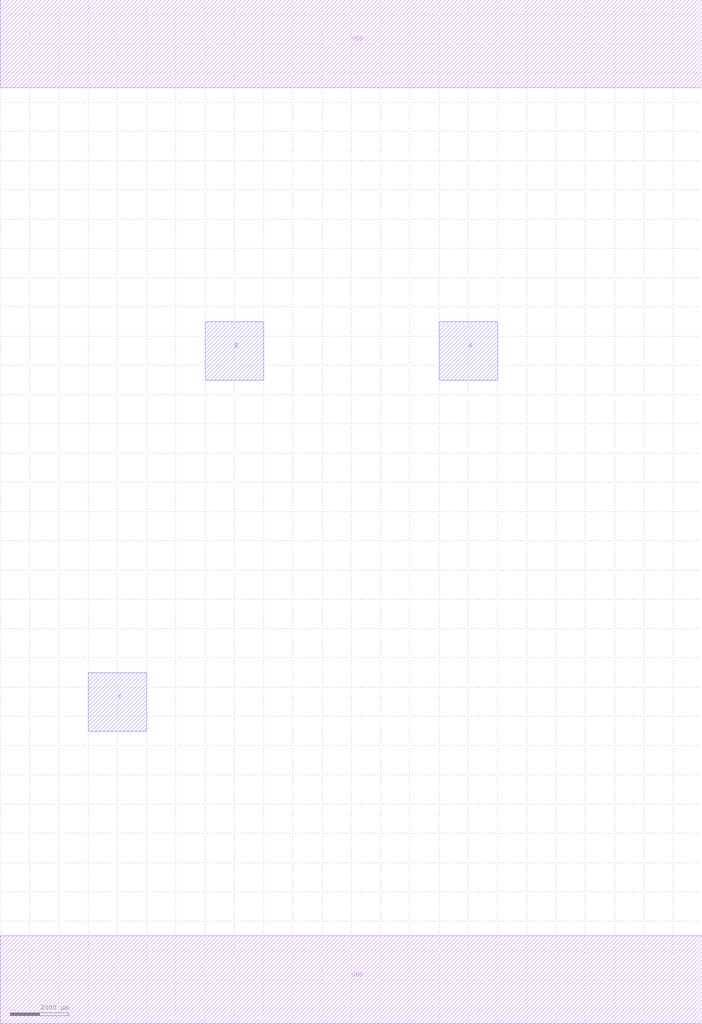
<source format=lef>
MACRO NOR2X1
 CLASS CORE ;
 ORIGIN 0 0 ;
 FOREIGN NOR2X1 0 0 ;
 SITE CORE ;
 SYMMETRY X Y R90 ;
  PIN VDD
   DIRECTION INOUT ;
   USE SIGNAL ;
   SHAPE ABUTMENT ;
    PORT
     CLASS CORE ;
       LAYER metal1 ;
        RECT 0.00000000 30500.00000000 24000.00000000 33500.00000000 ;
    END
  END VDD

  PIN GND
   DIRECTION INOUT ;
   USE SIGNAL ;
   SHAPE ABUTMENT ;
    PORT
     CLASS CORE ;
       LAYER metal1 ;
        RECT 0.00000000 -1500.00000000 24000.00000000 1500.00000000 ;
    END
  END GND

  PIN B
   DIRECTION INOUT ;
   USE SIGNAL ;
   SHAPE ABUTMENT ;
    PORT
     CLASS CORE ;
       LAYER metal2 ;
        RECT 7000.00000000 20500.00000000 9000.00000000 22500.00000000 ;
    END
  END B

  PIN A
   DIRECTION INOUT ;
   USE SIGNAL ;
   SHAPE ABUTMENT ;
    PORT
     CLASS CORE ;
       LAYER metal2 ;
        RECT 15000.00000000 20500.00000000 17000.00000000 22500.00000000 ;
    END
  END A

  PIN Y
   DIRECTION INOUT ;
   USE SIGNAL ;
   SHAPE ABUTMENT ;
    PORT
     CLASS CORE ;
       LAYER metal2 ;
        RECT 3000.00000000 8500.00000000 5000.00000000 10500.00000000 ;
    END
  END Y


END NOR2X1

</source>
